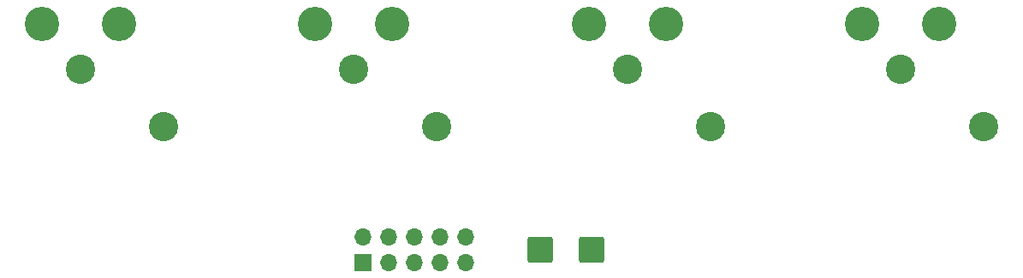
<source format=gbr>
%TF.GenerationSoftware,KiCad,Pcbnew,7.0.6*%
%TF.CreationDate,2023-11-23T12:56:36+01:00*%
%TF.ProjectId,xlrfemale,786c7266-656d-4616-9c65-2e6b69636164,1*%
%TF.SameCoordinates,Original*%
%TF.FileFunction,Soldermask,Bot*%
%TF.FilePolarity,Negative*%
%FSLAX46Y46*%
G04 Gerber Fmt 4.6, Leading zero omitted, Abs format (unit mm)*
G04 Created by KiCad (PCBNEW 7.0.6) date 2023-11-23 12:56:36*
%MOMM*%
%LPD*%
G01*
G04 APERTURE LIST*
G04 Aperture macros list*
%AMRoundRect*
0 Rectangle with rounded corners*
0 $1 Rounding radius*
0 $2 $3 $4 $5 $6 $7 $8 $9 X,Y pos of 4 corners*
0 Add a 4 corners polygon primitive as box body*
4,1,4,$2,$3,$4,$5,$6,$7,$8,$9,$2,$3,0*
0 Add four circle primitives for the rounded corners*
1,1,$1+$1,$2,$3*
1,1,$1+$1,$4,$5*
1,1,$1+$1,$6,$7*
1,1,$1+$1,$8,$9*
0 Add four rect primitives between the rounded corners*
20,1,$1+$1,$2,$3,$4,$5,0*
20,1,$1+$1,$4,$5,$6,$7,0*
20,1,$1+$1,$6,$7,$8,$9,0*
20,1,$1+$1,$8,$9,$2,$3,0*%
G04 Aperture macros list end*
%ADD10C,3.400000*%
%ADD11C,2.900000*%
%ADD12RoundRect,0.249999X1.025001X-1.025001X1.025001X1.025001X-1.025001X1.025001X-1.025001X-1.025001X0*%
%ADD13R,1.700000X1.700000*%
%ADD14O,1.700000X1.700000*%
G04 APERTURE END LIST*
D10*
%TO.C,J7*%
X135254000Y-91948000D03*
X127634000Y-91948000D03*
D11*
X131444000Y-96398000D03*
X139694000Y-102108000D03*
%TD*%
D10*
%TO.C,J11*%
X189354000Y-91948000D03*
X181734000Y-91948000D03*
D11*
X185544000Y-96398000D03*
X193794000Y-102108000D03*
%TD*%
D10*
%TO.C,J9*%
X162304000Y-91948000D03*
X154684000Y-91948000D03*
D11*
X158494000Y-96398000D03*
X166744000Y-102108000D03*
%TD*%
D10*
%TO.C,J5*%
X108204000Y-91948000D03*
X100584000Y-91948000D03*
D11*
X104394000Y-96398000D03*
X112644000Y-102108000D03*
%TD*%
D12*
%TO.C,J25*%
X154940000Y-114300000D03*
%TD*%
D13*
%TO.C,J17*%
X132364000Y-115590000D03*
D14*
X132364000Y-113050000D03*
X134904000Y-115590000D03*
X134904000Y-113050000D03*
X137444000Y-115590000D03*
X137444000Y-113050000D03*
X139984000Y-115590000D03*
X139984000Y-113050000D03*
X142524000Y-115590000D03*
X142524000Y-113050000D03*
%TD*%
D12*
%TO.C,J22*%
X149860000Y-114300000D03*
%TD*%
M02*

</source>
